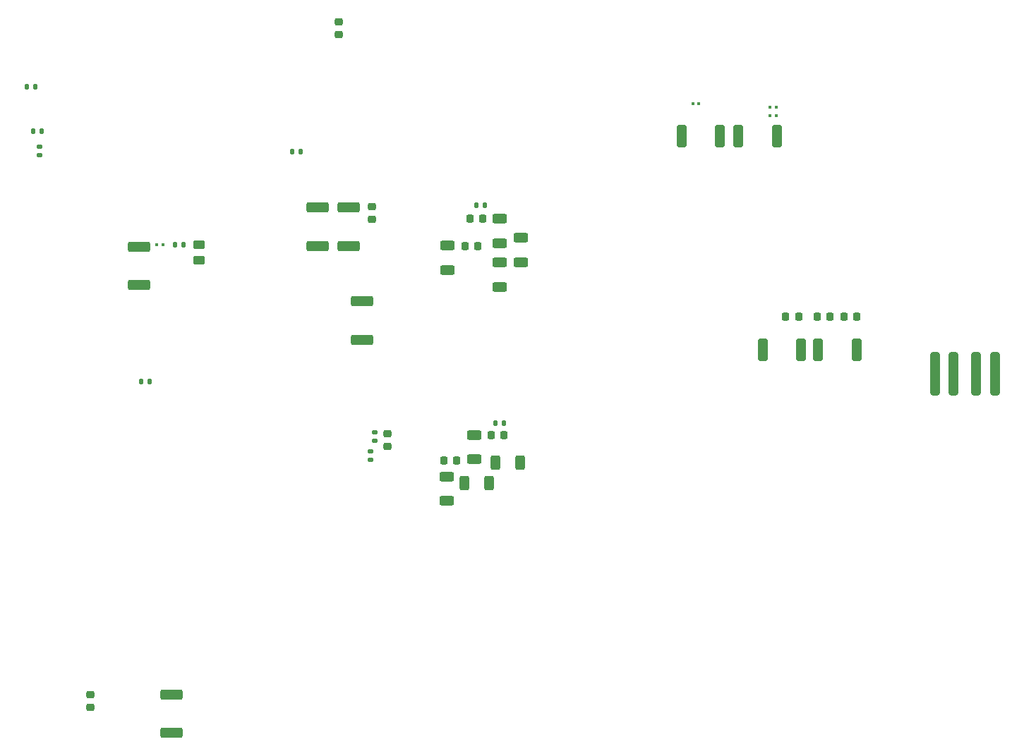
<source format=gbr>
%TF.GenerationSoftware,KiCad,Pcbnew,9.0.0*%
%TF.CreationDate,2025-03-23T18:58:35+01:00*%
%TF.ProjectId,PCB_Ampli,5043425f-416d-4706-9c69-2e6b69636164,rev?*%
%TF.SameCoordinates,Original*%
%TF.FileFunction,Paste,Top*%
%TF.FilePolarity,Positive*%
%FSLAX46Y46*%
G04 Gerber Fmt 4.6, Leading zero omitted, Abs format (unit mm)*
G04 Created by KiCad (PCBNEW 9.0.0) date 2025-03-23 18:58:35*
%MOMM*%
%LPD*%
G01*
G04 APERTURE LIST*
G04 Aperture macros list*
%AMRoundRect*
0 Rectangle with rounded corners*
0 $1 Rounding radius*
0 $2 $3 $4 $5 $6 $7 $8 $9 X,Y pos of 4 corners*
0 Add a 4 corners polygon primitive as box body*
4,1,4,$2,$3,$4,$5,$6,$7,$8,$9,$2,$3,0*
0 Add four circle primitives for the rounded corners*
1,1,$1+$1,$2,$3*
1,1,$1+$1,$4,$5*
1,1,$1+$1,$6,$7*
1,1,$1+$1,$8,$9*
0 Add four rect primitives between the rounded corners*
20,1,$1+$1,$2,$3,$4,$5,0*
20,1,$1+$1,$4,$5,$6,$7,0*
20,1,$1+$1,$6,$7,$8,$9,0*
20,1,$1+$1,$8,$9,$2,$3,0*%
G04 Aperture macros list end*
%ADD10RoundRect,0.250000X-0.312500X-0.625000X0.312500X-0.625000X0.312500X0.625000X-0.312500X0.625000X0*%
%ADD11RoundRect,0.250000X0.325000X2.350000X-0.325000X2.350000X-0.325000X-2.350000X0.325000X-2.350000X0*%
%ADD12RoundRect,0.250000X1.075000X-0.362500X1.075000X0.362500X-1.075000X0.362500X-1.075000X-0.362500X0*%
%ADD13RoundRect,0.250000X0.362500X1.075000X-0.362500X1.075000X-0.362500X-1.075000X0.362500X-1.075000X0*%
%ADD14RoundRect,0.250000X0.625000X-0.312500X0.625000X0.312500X-0.625000X0.312500X-0.625000X-0.312500X0*%
%ADD15RoundRect,0.135000X0.135000X0.185000X-0.135000X0.185000X-0.135000X-0.185000X0.135000X-0.185000X0*%
%ADD16RoundRect,0.250000X-0.625000X0.312500X-0.625000X-0.312500X0.625000X-0.312500X0.625000X0.312500X0*%
%ADD17RoundRect,0.135000X-0.185000X0.135000X-0.185000X-0.135000X0.185000X-0.135000X0.185000X0.135000X0*%
%ADD18RoundRect,0.135000X0.185000X-0.135000X0.185000X0.135000X-0.185000X0.135000X-0.185000X-0.135000X0*%
%ADD19RoundRect,0.250000X-1.075000X0.362500X-1.075000X-0.362500X1.075000X-0.362500X1.075000X0.362500X0*%
%ADD20RoundRect,0.135000X-0.135000X-0.185000X0.135000X-0.185000X0.135000X0.185000X-0.135000X0.185000X0*%
%ADD21RoundRect,0.250000X-0.450000X0.262500X-0.450000X-0.262500X0.450000X-0.262500X0.450000X0.262500X0*%
%ADD22RoundRect,0.225000X-0.250000X0.225000X-0.250000X-0.225000X0.250000X-0.225000X0.250000X0.225000X0*%
%ADD23RoundRect,0.225000X-0.225000X-0.250000X0.225000X-0.250000X0.225000X0.250000X-0.225000X0.250000X0*%
%ADD24RoundRect,0.225000X0.225000X0.250000X-0.225000X0.250000X-0.225000X-0.250000X0.225000X-0.250000X0*%
%ADD25RoundRect,0.225000X0.250000X-0.225000X0.250000X0.225000X-0.250000X0.225000X-0.250000X-0.225000X0*%
%ADD26RoundRect,0.079500X-0.079500X-0.100500X0.079500X-0.100500X0.079500X0.100500X-0.079500X0.100500X0*%
G04 APERTURE END LIST*
D10*
%TO.C,R26*%
X97550000Y-93150000D03*
X94625000Y-93150000D03*
%TD*%
D11*
%TO.C,R65*%
X153290000Y-80000000D03*
X151040000Y-80000000D03*
%TD*%
%TO.C,R64*%
X158240000Y-80000000D03*
X155990000Y-80000000D03*
%TD*%
D12*
%TO.C,R60*%
X59450000Y-123112500D03*
X59450000Y-118487500D03*
%TD*%
D13*
%TO.C,R30*%
X135025000Y-77150000D03*
X130400000Y-77150000D03*
%TD*%
%TO.C,R29*%
X141687500Y-77150000D03*
X137062500Y-77150000D03*
%TD*%
D10*
%TO.C,R28*%
X98337500Y-90700000D03*
X101262500Y-90700000D03*
%TD*%
D14*
%TO.C,R27*%
X95750000Y-90262500D03*
X95750000Y-87337500D03*
%TD*%
D15*
%TO.C,R25*%
X99350000Y-85950000D03*
X98330000Y-85950000D03*
%TD*%
D16*
%TO.C,R24*%
X92450000Y-92337500D03*
X92450000Y-95262500D03*
%TD*%
D17*
%TO.C,R23*%
X83350000Y-89340000D03*
X83350000Y-90360000D03*
%TD*%
D18*
%TO.C,R22*%
X83825000Y-88010000D03*
X83825000Y-86990000D03*
%TD*%
D15*
%TO.C,R21*%
X56810000Y-80923300D03*
X55790000Y-80923300D03*
%TD*%
D19*
%TO.C,R20*%
X82300000Y-71287500D03*
X82300000Y-75912500D03*
%TD*%
D13*
%TO.C,R16*%
X125275000Y-51450000D03*
X120650000Y-51450000D03*
%TD*%
%TO.C,R15*%
X132075000Y-51500000D03*
X127450000Y-51500000D03*
%TD*%
D14*
%TO.C,R14*%
X101400000Y-66615800D03*
X101400000Y-63690800D03*
%TD*%
%TO.C,R13*%
X98850000Y-64303300D03*
X98850000Y-61378300D03*
%TD*%
%TO.C,R12*%
X98800000Y-69565800D03*
X98800000Y-66640800D03*
%TD*%
D20*
%TO.C,R11*%
X96065000Y-59800000D03*
X97085000Y-59800000D03*
%TD*%
D16*
%TO.C,R10*%
X92550000Y-64587500D03*
X92550000Y-67512500D03*
%TD*%
D20*
%TO.C,R9*%
X73980000Y-53346700D03*
X75000000Y-53346700D03*
%TD*%
D12*
%TO.C,R8*%
X80750000Y-64675000D03*
X80750000Y-60050000D03*
%TD*%
%TO.C,R7*%
X77000000Y-64662500D03*
X77000000Y-60037500D03*
%TD*%
D21*
%TO.C,R6*%
X62800000Y-64537500D03*
X62800000Y-66362500D03*
%TD*%
D15*
%TO.C,R5*%
X43110000Y-45566700D03*
X42090000Y-45566700D03*
%TD*%
D20*
%TO.C,R4*%
X59915000Y-64500000D03*
X60935000Y-64500000D03*
%TD*%
D12*
%TO.C,R3*%
X55550000Y-69362500D03*
X55550000Y-64737500D03*
%TD*%
D18*
%TO.C,R2*%
X43600000Y-53720000D03*
X43600000Y-52700000D03*
%TD*%
D20*
%TO.C,R1*%
X42890000Y-50910000D03*
X43910000Y-50910000D03*
%TD*%
D22*
%TO.C,C60*%
X49700000Y-118525000D03*
X49700000Y-120075000D03*
%TD*%
D23*
%TO.C,C26*%
X133150000Y-73150000D03*
X134700000Y-73150000D03*
%TD*%
%TO.C,C25*%
X140150000Y-73150000D03*
X141700000Y-73150000D03*
%TD*%
%TO.C,C24*%
X136950000Y-73150000D03*
X138500000Y-73150000D03*
%TD*%
D24*
%TO.C,C23*%
X99350000Y-87350000D03*
X97800000Y-87350000D03*
%TD*%
D23*
%TO.C,C22*%
X92125000Y-90450000D03*
X93675000Y-90450000D03*
%TD*%
D25*
%TO.C,C21*%
X85375000Y-88725000D03*
X85375000Y-87175000D03*
%TD*%
D26*
%TO.C,C10*%
X122055000Y-47600000D03*
X122745000Y-47600000D03*
%TD*%
%TO.C,C9*%
X131305000Y-48000000D03*
X131995000Y-48000000D03*
%TD*%
%TO.C,C8*%
X131305000Y-49050000D03*
X131995000Y-49050000D03*
%TD*%
D23*
%TO.C,C7*%
X95250000Y-61350000D03*
X96800000Y-61350000D03*
%TD*%
%TO.C,C6*%
X94700000Y-64650000D03*
X96250000Y-64650000D03*
%TD*%
D22*
%TO.C,C4*%
X83550000Y-59925000D03*
X83550000Y-61475000D03*
%TD*%
%TO.C,C3*%
X79550000Y-37725000D03*
X79550000Y-39275000D03*
%TD*%
D26*
%TO.C,C1*%
X57730000Y-64500000D03*
X58420000Y-64500000D03*
%TD*%
M02*

</source>
